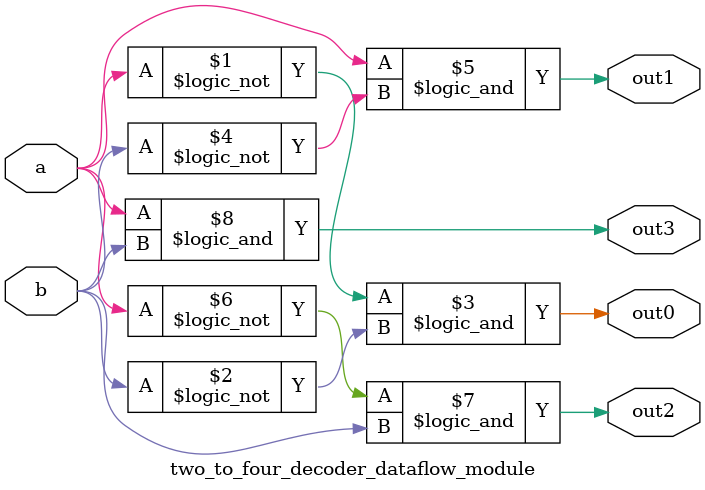
<source format=v>

module two_to_four_decoder_dataflow_module (a, b, out0, out1, out2, out3);
	input a, b;

	output out0, out1, out2, out3;

	assign out0 = !a && !b;
	assign out1 = a && !b;
	assign out2 = !a && b;
	assign out3 = a && b;

endmodule


</source>
